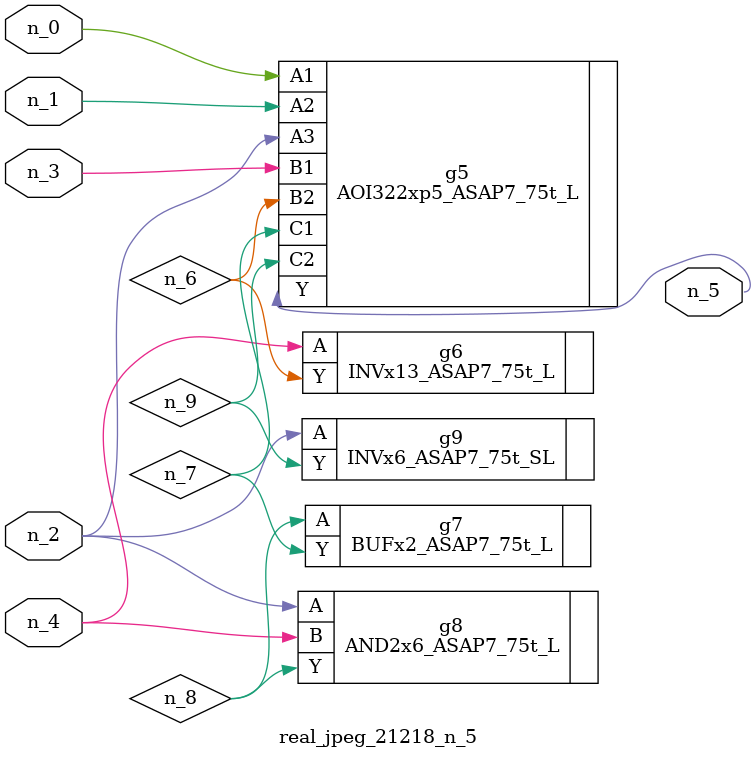
<source format=v>
module real_jpeg_21218_n_5 (n_4, n_0, n_1, n_2, n_3, n_5);

input n_4;
input n_0;
input n_1;
input n_2;
input n_3;

output n_5;

wire n_8;
wire n_6;
wire n_7;
wire n_9;

AOI322xp5_ASAP7_75t_L g5 ( 
.A1(n_0),
.A2(n_1),
.A3(n_2),
.B1(n_3),
.B2(n_6),
.C1(n_7),
.C2(n_9),
.Y(n_5)
);

AND2x6_ASAP7_75t_L g8 ( 
.A(n_2),
.B(n_4),
.Y(n_8)
);

INVx6_ASAP7_75t_SL g9 ( 
.A(n_2),
.Y(n_9)
);

INVx13_ASAP7_75t_L g6 ( 
.A(n_4),
.Y(n_6)
);

BUFx2_ASAP7_75t_L g7 ( 
.A(n_8),
.Y(n_7)
);


endmodule
</source>
